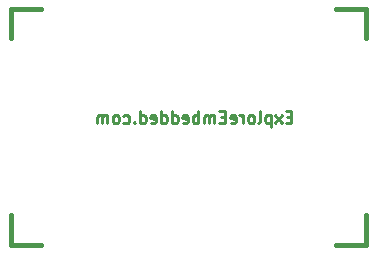
<source format=gbo>
G04 #@! TF.FileFunction,Legend,Bot*
%FSLAX46Y46*%
G04 Gerber Fmt 4.6, Leading zero omitted, Abs format (unit mm)*
G04 Created by KiCad (PCBNEW (2015-01-16 BZR 5376)-product) date 7/11/2015 10:08:44 AM*
%MOMM*%
G01*
G04 APERTURE LIST*
%ADD10C,0.150000*%
%ADD11C,0.381000*%
%ADD12C,0.254000*%
G04 APERTURE END LIST*
D10*
D11*
X28500000Y-39500000D02*
X28500000Y-37000000D01*
X28500000Y-39500000D02*
X31000000Y-39500000D01*
X58500000Y-39500000D02*
X56000000Y-39500000D01*
X58500000Y-39500000D02*
X58500000Y-37000000D01*
X28500000Y-19500000D02*
X28500000Y-22000000D01*
X28500000Y-19500000D02*
X31000000Y-19500000D01*
X58500000Y-19500000D02*
X58500000Y-22000000D01*
X58500000Y-19500000D02*
X56000000Y-19500000D01*
D12*
X52224761Y-28677429D02*
X51886095Y-28677429D01*
X51740952Y-29209619D02*
X52224761Y-29209619D01*
X52224761Y-28193619D01*
X51740952Y-28193619D01*
X51402285Y-29209619D02*
X50870095Y-28532286D01*
X51402285Y-28532286D02*
X50870095Y-29209619D01*
X50483047Y-28532286D02*
X50483047Y-29548286D01*
X50483047Y-28580667D02*
X50386285Y-28532286D01*
X50192762Y-28532286D01*
X50096000Y-28580667D01*
X50047619Y-28629048D01*
X49999238Y-28725810D01*
X49999238Y-29016095D01*
X50047619Y-29112857D01*
X50096000Y-29161238D01*
X50192762Y-29209619D01*
X50386285Y-29209619D01*
X50483047Y-29161238D01*
X49418666Y-29209619D02*
X49515428Y-29161238D01*
X49563809Y-29064476D01*
X49563809Y-28193619D01*
X48886476Y-29209619D02*
X48983238Y-29161238D01*
X49031619Y-29112857D01*
X49080000Y-29016095D01*
X49080000Y-28725810D01*
X49031619Y-28629048D01*
X48983238Y-28580667D01*
X48886476Y-28532286D01*
X48741334Y-28532286D01*
X48644572Y-28580667D01*
X48596191Y-28629048D01*
X48547810Y-28725810D01*
X48547810Y-29016095D01*
X48596191Y-29112857D01*
X48644572Y-29161238D01*
X48741334Y-29209619D01*
X48886476Y-29209619D01*
X48112381Y-29209619D02*
X48112381Y-28532286D01*
X48112381Y-28725810D02*
X48064000Y-28629048D01*
X48015619Y-28580667D01*
X47918857Y-28532286D01*
X47822096Y-28532286D01*
X47096382Y-29161238D02*
X47193144Y-29209619D01*
X47386667Y-29209619D01*
X47483429Y-29161238D01*
X47531810Y-29064476D01*
X47531810Y-28677429D01*
X47483429Y-28580667D01*
X47386667Y-28532286D01*
X47193144Y-28532286D01*
X47096382Y-28580667D01*
X47048001Y-28677429D01*
X47048001Y-28774190D01*
X47531810Y-28870952D01*
X46612572Y-28677429D02*
X46273906Y-28677429D01*
X46128763Y-29209619D02*
X46612572Y-29209619D01*
X46612572Y-28193619D01*
X46128763Y-28193619D01*
X45693334Y-29209619D02*
X45693334Y-28532286D01*
X45693334Y-28629048D02*
X45644953Y-28580667D01*
X45548191Y-28532286D01*
X45403049Y-28532286D01*
X45306287Y-28580667D01*
X45257906Y-28677429D01*
X45257906Y-29209619D01*
X45257906Y-28677429D02*
X45209525Y-28580667D01*
X45112763Y-28532286D01*
X44967620Y-28532286D01*
X44870858Y-28580667D01*
X44822477Y-28677429D01*
X44822477Y-29209619D01*
X44338667Y-29209619D02*
X44338667Y-28193619D01*
X44338667Y-28580667D02*
X44241905Y-28532286D01*
X44048382Y-28532286D01*
X43951620Y-28580667D01*
X43903239Y-28629048D01*
X43854858Y-28725810D01*
X43854858Y-29016095D01*
X43903239Y-29112857D01*
X43951620Y-29161238D01*
X44048382Y-29209619D01*
X44241905Y-29209619D01*
X44338667Y-29161238D01*
X43032382Y-29161238D02*
X43129144Y-29209619D01*
X43322667Y-29209619D01*
X43419429Y-29161238D01*
X43467810Y-29064476D01*
X43467810Y-28677429D01*
X43419429Y-28580667D01*
X43322667Y-28532286D01*
X43129144Y-28532286D01*
X43032382Y-28580667D01*
X42984001Y-28677429D01*
X42984001Y-28774190D01*
X43467810Y-28870952D01*
X42113144Y-29209619D02*
X42113144Y-28193619D01*
X42113144Y-29161238D02*
X42209906Y-29209619D01*
X42403429Y-29209619D01*
X42500191Y-29161238D01*
X42548572Y-29112857D01*
X42596953Y-29016095D01*
X42596953Y-28725810D01*
X42548572Y-28629048D01*
X42500191Y-28580667D01*
X42403429Y-28532286D01*
X42209906Y-28532286D01*
X42113144Y-28580667D01*
X41193906Y-29209619D02*
X41193906Y-28193619D01*
X41193906Y-29161238D02*
X41290668Y-29209619D01*
X41484191Y-29209619D01*
X41580953Y-29161238D01*
X41629334Y-29112857D01*
X41677715Y-29016095D01*
X41677715Y-28725810D01*
X41629334Y-28629048D01*
X41580953Y-28580667D01*
X41484191Y-28532286D01*
X41290668Y-28532286D01*
X41193906Y-28580667D01*
X40323049Y-29161238D02*
X40419811Y-29209619D01*
X40613334Y-29209619D01*
X40710096Y-29161238D01*
X40758477Y-29064476D01*
X40758477Y-28677429D01*
X40710096Y-28580667D01*
X40613334Y-28532286D01*
X40419811Y-28532286D01*
X40323049Y-28580667D01*
X40274668Y-28677429D01*
X40274668Y-28774190D01*
X40758477Y-28870952D01*
X39403811Y-29209619D02*
X39403811Y-28193619D01*
X39403811Y-29161238D02*
X39500573Y-29209619D01*
X39694096Y-29209619D01*
X39790858Y-29161238D01*
X39839239Y-29112857D01*
X39887620Y-29016095D01*
X39887620Y-28725810D01*
X39839239Y-28629048D01*
X39790858Y-28580667D01*
X39694096Y-28532286D01*
X39500573Y-28532286D01*
X39403811Y-28580667D01*
X38920001Y-29112857D02*
X38871620Y-29161238D01*
X38920001Y-29209619D01*
X38968382Y-29161238D01*
X38920001Y-29112857D01*
X38920001Y-29209619D01*
X38000763Y-29161238D02*
X38097525Y-29209619D01*
X38291048Y-29209619D01*
X38387810Y-29161238D01*
X38436191Y-29112857D01*
X38484572Y-29016095D01*
X38484572Y-28725810D01*
X38436191Y-28629048D01*
X38387810Y-28580667D01*
X38291048Y-28532286D01*
X38097525Y-28532286D01*
X38000763Y-28580667D01*
X37420191Y-29209619D02*
X37516953Y-29161238D01*
X37565334Y-29112857D01*
X37613715Y-29016095D01*
X37613715Y-28725810D01*
X37565334Y-28629048D01*
X37516953Y-28580667D01*
X37420191Y-28532286D01*
X37275049Y-28532286D01*
X37178287Y-28580667D01*
X37129906Y-28629048D01*
X37081525Y-28725810D01*
X37081525Y-29016095D01*
X37129906Y-29112857D01*
X37178287Y-29161238D01*
X37275049Y-29209619D01*
X37420191Y-29209619D01*
X36646096Y-29209619D02*
X36646096Y-28532286D01*
X36646096Y-28629048D02*
X36597715Y-28580667D01*
X36500953Y-28532286D01*
X36355811Y-28532286D01*
X36259049Y-28580667D01*
X36210668Y-28677429D01*
X36210668Y-29209619D01*
X36210668Y-28677429D02*
X36162287Y-28580667D01*
X36065525Y-28532286D01*
X35920382Y-28532286D01*
X35823620Y-28580667D01*
X35775239Y-28677429D01*
X35775239Y-29209619D01*
M02*

</source>
